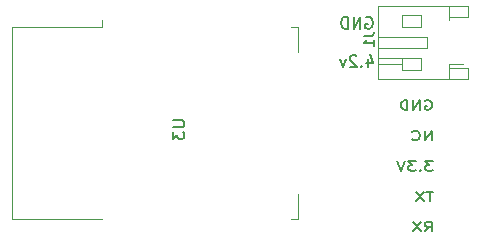
<source format=gbr>
%TF.GenerationSoftware,KiCad,Pcbnew,(6.0.0)*%
%TF.CreationDate,2022-03-02T17:10:44+00:00*%
%TF.ProjectId,Window sensor V5,57696e64-6f77-4207-9365-6e736f722056,rev?*%
%TF.SameCoordinates,Original*%
%TF.FileFunction,Legend,Bot*%
%TF.FilePolarity,Positive*%
%FSLAX46Y46*%
G04 Gerber Fmt 4.6, Leading zero omitted, Abs format (unit mm)*
G04 Created by KiCad (PCBNEW (6.0.0)) date 2022-03-02 17:10:44*
%MOMM*%
%LPD*%
G01*
G04 APERTURE LIST*
%ADD10C,0.150000*%
%ADD11C,0.120000*%
G04 APERTURE END LIST*
D10*
X138226704Y-69060800D02*
X138321942Y-69013180D01*
X138464800Y-69013180D01*
X138607657Y-69060800D01*
X138702895Y-69156038D01*
X138750514Y-69251276D01*
X138798133Y-69441752D01*
X138798133Y-69584609D01*
X138750514Y-69775085D01*
X138702895Y-69870323D01*
X138607657Y-69965561D01*
X138464800Y-70013180D01*
X138369561Y-70013180D01*
X138226704Y-69965561D01*
X138179085Y-69917942D01*
X138179085Y-69584609D01*
X138369561Y-69584609D01*
X137750514Y-70013180D02*
X137750514Y-69013180D01*
X137179085Y-70013180D01*
X137179085Y-69013180D01*
X136702895Y-70013180D02*
X136702895Y-69013180D01*
X136464800Y-69013180D01*
X136321942Y-69060800D01*
X136226704Y-69156038D01*
X136179085Y-69251276D01*
X136131466Y-69441752D01*
X136131466Y-69584609D01*
X136179085Y-69775085D01*
X136226704Y-69870323D01*
X136321942Y-69965561D01*
X136464800Y-70013180D01*
X136702895Y-70013180D01*
X138369561Y-72566514D02*
X138369561Y-73233180D01*
X138607657Y-72185561D02*
X138845752Y-72899847D01*
X138226704Y-72899847D01*
X137845752Y-73137942D02*
X137798133Y-73185561D01*
X137845752Y-73233180D01*
X137893371Y-73185561D01*
X137845752Y-73137942D01*
X137845752Y-73233180D01*
X137417180Y-72328419D02*
X137369561Y-72280800D01*
X137274323Y-72233180D01*
X137036228Y-72233180D01*
X136940990Y-72280800D01*
X136893371Y-72328419D01*
X136845752Y-72423657D01*
X136845752Y-72518895D01*
X136893371Y-72661752D01*
X137464800Y-73233180D01*
X136845752Y-73233180D01*
X136512419Y-72566514D02*
X136274323Y-73233180D01*
X136036228Y-72566514D01*
X143260195Y-76109000D02*
X143355433Y-76070904D01*
X143498290Y-76070904D01*
X143641147Y-76109000D01*
X143736385Y-76185190D01*
X143784004Y-76261380D01*
X143831623Y-76413761D01*
X143831623Y-76528047D01*
X143784004Y-76680428D01*
X143736385Y-76756619D01*
X143641147Y-76832809D01*
X143498290Y-76870904D01*
X143403052Y-76870904D01*
X143260195Y-76832809D01*
X143212576Y-76794714D01*
X143212576Y-76528047D01*
X143403052Y-76528047D01*
X142784004Y-76870904D02*
X142784004Y-76070904D01*
X142212576Y-76870904D01*
X142212576Y-76070904D01*
X141736385Y-76870904D02*
X141736385Y-76070904D01*
X141498290Y-76070904D01*
X141355433Y-76109000D01*
X141260195Y-76185190D01*
X141212576Y-76261380D01*
X141164957Y-76413761D01*
X141164957Y-76528047D01*
X141212576Y-76680428D01*
X141260195Y-76756619D01*
X141355433Y-76832809D01*
X141498290Y-76870904D01*
X141736385Y-76870904D01*
X143784004Y-79446904D02*
X143784004Y-78646904D01*
X143212576Y-79446904D01*
X143212576Y-78646904D01*
X142164957Y-79370714D02*
X142212576Y-79408809D01*
X142355433Y-79446904D01*
X142450671Y-79446904D01*
X142593528Y-79408809D01*
X142688766Y-79332619D01*
X142736385Y-79256428D01*
X142784004Y-79104047D01*
X142784004Y-78989761D01*
X142736385Y-78837380D01*
X142688766Y-78761190D01*
X142593528Y-78685000D01*
X142450671Y-78646904D01*
X142355433Y-78646904D01*
X142212576Y-78685000D01*
X142164957Y-78723095D01*
X143879242Y-81222904D02*
X143260195Y-81222904D01*
X143593528Y-81527666D01*
X143450671Y-81527666D01*
X143355433Y-81565761D01*
X143307814Y-81603857D01*
X143260195Y-81680047D01*
X143260195Y-81870523D01*
X143307814Y-81946714D01*
X143355433Y-81984809D01*
X143450671Y-82022904D01*
X143736385Y-82022904D01*
X143831623Y-81984809D01*
X143879242Y-81946714D01*
X142831623Y-81946714D02*
X142784004Y-81984809D01*
X142831623Y-82022904D01*
X142879242Y-81984809D01*
X142831623Y-81946714D01*
X142831623Y-82022904D01*
X142450671Y-81222904D02*
X141831623Y-81222904D01*
X142164957Y-81527666D01*
X142022100Y-81527666D01*
X141926861Y-81565761D01*
X141879242Y-81603857D01*
X141831623Y-81680047D01*
X141831623Y-81870523D01*
X141879242Y-81946714D01*
X141926861Y-81984809D01*
X142022100Y-82022904D01*
X142307814Y-82022904D01*
X142403052Y-81984809D01*
X142450671Y-81946714D01*
X141545909Y-81222904D02*
X141212576Y-82022904D01*
X140879242Y-81222904D01*
X143926861Y-83798904D02*
X143355433Y-83798904D01*
X143641147Y-84598904D02*
X143641147Y-83798904D01*
X143117338Y-83798904D02*
X142450671Y-84598904D01*
X142450671Y-83798904D02*
X143117338Y-84598904D01*
X143212576Y-87174904D02*
X143545909Y-86793952D01*
X143784004Y-87174904D02*
X143784004Y-86374904D01*
X143403052Y-86374904D01*
X143307814Y-86413000D01*
X143260195Y-86451095D01*
X143212576Y-86527285D01*
X143212576Y-86641571D01*
X143260195Y-86717761D01*
X143307814Y-86755857D01*
X143403052Y-86793952D01*
X143784004Y-86793952D01*
X142879242Y-86374904D02*
X142212576Y-87174904D01*
X142212576Y-86374904D02*
X142879242Y-87174904D01*
%TO.C,U3*%
X121854980Y-77774895D02*
X122664504Y-77774895D01*
X122759742Y-77822514D01*
X122807361Y-77870133D01*
X122854980Y-77965371D01*
X122854980Y-78155847D01*
X122807361Y-78251085D01*
X122759742Y-78298704D01*
X122664504Y-78346323D01*
X121854980Y-78346323D01*
X121854980Y-78727276D02*
X121854980Y-79346323D01*
X122235933Y-79012990D01*
X122235933Y-79155847D01*
X122283552Y-79251085D01*
X122331171Y-79298704D01*
X122426409Y-79346323D01*
X122664504Y-79346323D01*
X122759742Y-79298704D01*
X122807361Y-79251085D01*
X122854980Y-79155847D01*
X122854980Y-78870133D01*
X122807361Y-78774895D01*
X122759742Y-78727276D01*
%TO.C,J1*%
X138079704Y-70634133D02*
X138651133Y-70634133D01*
X138765419Y-70596038D01*
X138841609Y-70519847D01*
X138879704Y-70405561D01*
X138879704Y-70329371D01*
X138879704Y-71434133D02*
X138879704Y-70976990D01*
X138879704Y-71205561D02*
X138079704Y-71205561D01*
X138193990Y-71129371D01*
X138270180Y-71053180D01*
X138308276Y-70976990D01*
D11*
%TO.C,U3*%
X108276000Y-86123400D02*
X115896000Y-86123400D01*
X108276000Y-69883400D02*
X108276000Y-86123400D01*
X132516000Y-69883400D02*
X131896000Y-69883400D01*
X132516000Y-86123400D02*
X132516000Y-84003400D01*
X115896000Y-69883400D02*
X108276000Y-69883400D01*
X115896000Y-69883400D02*
X115896000Y-69273400D01*
X132516000Y-72003400D02*
X132516000Y-69883400D01*
X131896000Y-86123400D02*
X132516000Y-86123400D01*
%TO.C,J1*%
X145235800Y-73030800D02*
X145235800Y-73310800D01*
X141275800Y-72470800D02*
X139279800Y-72470800D01*
X141275800Y-68870800D02*
X141275800Y-69870800D01*
X141275800Y-72470800D02*
X142875800Y-72470800D01*
X145235800Y-74230800D02*
X145235800Y-73310800D01*
X146835800Y-69030800D02*
X145235800Y-69030800D01*
X142875800Y-72470800D02*
X142875800Y-73470800D01*
X139279800Y-71670800D02*
X143375800Y-71670800D01*
X146835800Y-74230800D02*
X139279800Y-74230800D01*
X145235800Y-69030800D02*
X145235800Y-69310800D01*
X142875800Y-73470800D02*
X141275800Y-73470800D01*
X139279800Y-74202800D02*
X139279800Y-68110800D01*
X145235800Y-73030800D02*
X146450800Y-73030800D01*
X145235800Y-68110800D02*
X145235800Y-69030800D01*
X143375800Y-70670800D02*
X139279800Y-70670800D01*
X141275800Y-72970800D02*
X139279800Y-72970800D01*
X139279800Y-68110800D02*
X146835800Y-68110800D01*
X143375800Y-71670800D02*
X143375800Y-70670800D01*
X142875800Y-69870800D02*
X142875800Y-68870800D01*
X142875800Y-68870800D02*
X141275800Y-68870800D01*
X146835800Y-73310800D02*
X146835800Y-74230800D01*
X146835800Y-68110800D02*
X146835800Y-69030800D01*
X141275800Y-69870800D02*
X142875800Y-69870800D01*
X141275800Y-73470800D02*
X141275800Y-72470800D01*
X145235800Y-73310800D02*
X146835800Y-73310800D01*
%TD*%
M02*

</source>
